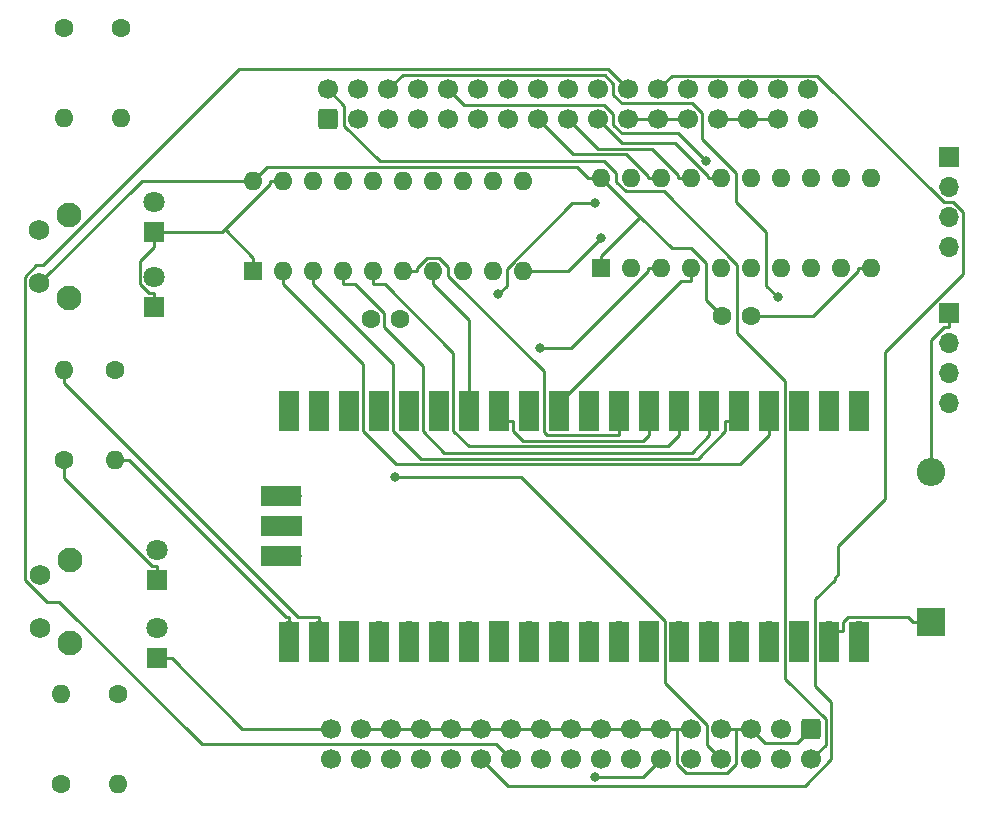
<source format=gbr>
%TF.GenerationSoftware,KiCad,Pcbnew,(6.0.6)*%
%TF.CreationDate,2023-06-21T15:59:23+02:00*%
%TF.ProjectId,X68KFDPI,5836384b-4644-4504-992e-6b696361645f,rev?*%
%TF.SameCoordinates,Original*%
%TF.FileFunction,Copper,L1,Top*%
%TF.FilePolarity,Positive*%
%FSLAX46Y46*%
G04 Gerber Fmt 4.6, Leading zero omitted, Abs format (unit mm)*
G04 Created by KiCad (PCBNEW (6.0.6)) date 2023-06-21 15:59:23*
%MOMM*%
%LPD*%
G01*
G04 APERTURE LIST*
G04 Aperture macros list*
%AMRoundRect*
0 Rectangle with rounded corners*
0 $1 Rounding radius*
0 $2 $3 $4 $5 $6 $7 $8 $9 X,Y pos of 4 corners*
0 Add a 4 corners polygon primitive as box body*
4,1,4,$2,$3,$4,$5,$6,$7,$8,$9,$2,$3,0*
0 Add four circle primitives for the rounded corners*
1,1,$1+$1,$2,$3*
1,1,$1+$1,$4,$5*
1,1,$1+$1,$6,$7*
1,1,$1+$1,$8,$9*
0 Add four rect primitives between the rounded corners*
20,1,$1+$1,$2,$3,$4,$5,0*
20,1,$1+$1,$4,$5,$6,$7,0*
20,1,$1+$1,$6,$7,$8,$9,0*
20,1,$1+$1,$8,$9,$2,$3,0*%
G04 Aperture macros list end*
%TA.AperFunction,ComponentPad*%
%ADD10C,1.600000*%
%TD*%
%TA.AperFunction,ComponentPad*%
%ADD11R,1.800000X1.800000*%
%TD*%
%TA.AperFunction,ComponentPad*%
%ADD12C,1.800000*%
%TD*%
%TA.AperFunction,ComponentPad*%
%ADD13O,1.600000X1.600000*%
%TD*%
%TA.AperFunction,SMDPad,CuDef*%
%ADD14R,1.700000X3.500000*%
%TD*%
%TA.AperFunction,ComponentPad*%
%ADD15O,1.700000X1.700000*%
%TD*%
%TA.AperFunction,ComponentPad*%
%ADD16R,1.700000X1.700000*%
%TD*%
%TA.AperFunction,SMDPad,CuDef*%
%ADD17R,3.500000X1.700000*%
%TD*%
%TA.AperFunction,ComponentPad*%
%ADD18C,2.100000*%
%TD*%
%TA.AperFunction,ComponentPad*%
%ADD19C,1.750000*%
%TD*%
%TA.AperFunction,ComponentPad*%
%ADD20RoundRect,0.250000X-0.600000X0.600000X-0.600000X-0.600000X0.600000X-0.600000X0.600000X0.600000X0*%
%TD*%
%TA.AperFunction,ComponentPad*%
%ADD21C,1.700000*%
%TD*%
%TA.AperFunction,ComponentPad*%
%ADD22R,2.400000X2.400000*%
%TD*%
%TA.AperFunction,ComponentPad*%
%ADD23O,2.400000X2.400000*%
%TD*%
%TA.AperFunction,ComponentPad*%
%ADD24R,1.600000X1.600000*%
%TD*%
%TA.AperFunction,ComponentPad*%
%ADD25RoundRect,0.250000X0.600000X-0.600000X0.600000X0.600000X-0.600000X0.600000X-0.600000X-0.600000X0*%
%TD*%
%TA.AperFunction,ViaPad*%
%ADD26C,0.800000*%
%TD*%
%TA.AperFunction,Conductor*%
%ADD27C,0.250000*%
%TD*%
G04 APERTURE END LIST*
D10*
%TO.P,C2,1*%
%TO.N,+3.3V*%
X169946000Y-78486000D03*
%TO.P,C2,2*%
%TO.N,GND*%
X172446000Y-78486000D03*
%TD*%
D11*
%TO.P,D3,1,K*%
%TO.N,GND*%
X122174000Y-100838000D03*
D12*
%TO.P,D3,2,A*%
%TO.N,Net-(D3-Pad2)*%
X122174000Y-98298000D03*
%TD*%
D10*
%TO.P,R5,1*%
%TO.N,GND*%
X118618000Y-83058000D03*
D13*
%TO.P,R5,2*%
%TO.N,BT_FD0*%
X118618000Y-90678000D03*
%TD*%
D11*
%TO.P,D4,1,K*%
%TO.N,GND*%
X121920000Y-71374000D03*
D12*
%TO.P,D4,2,A*%
%TO.N,Net-(D4-Pad2)*%
X121920000Y-68834000D03*
%TD*%
D10*
%TO.P,R1,1*%
%TO.N,Net-(D1-Pad2)*%
X118872000Y-110490000D03*
D13*
%TO.P,R1,2*%
%TO.N,LEDFD0*%
X118872000Y-118110000D03*
%TD*%
D10*
%TO.P,R3,1*%
%TO.N,Net-(D3-Pad2)*%
X114046000Y-118110000D03*
D13*
%TO.P,R3,2*%
%TO.N,LED_F0_Red*%
X114046000Y-110490000D03*
%TD*%
D14*
%TO.P,U1,1,GPIO0*%
%TO.N,unconnected-(U1-Pad1)*%
X181610000Y-86476000D03*
D15*
X181610000Y-87376000D03*
D14*
%TO.P,U1,2,GPIO1*%
%TO.N,unconnected-(U1-Pad2)*%
X179070000Y-86476000D03*
D15*
X179070000Y-87376000D03*
D14*
%TO.P,U1,3,GND*%
%TO.N,GND*%
X176530000Y-86476000D03*
D16*
X176530000Y-87376000D03*
D15*
%TO.P,U1,4,GPIO2*%
%TO.N,~{OPT0'}*%
X173990000Y-87376000D03*
D14*
X173990000Y-86476000D03*
%TO.P,U1,5,GPIO3*%
%TO.N,~{OPT1'}*%
X171450000Y-86476000D03*
D15*
X171450000Y-87376000D03*
%TO.P,U1,6,GPIO4*%
%TO.N,~{OPT2'}*%
X168910000Y-87376000D03*
D14*
X168910000Y-86476000D03*
D15*
%TO.P,U1,7,GPIO5*%
%TO.N,~{OPT3'}*%
X166370000Y-87376000D03*
D14*
X166370000Y-86476000D03*
D16*
%TO.P,U1,8,GND*%
%TO.N,GND*%
X163830000Y-87376000D03*
D14*
X163830000Y-86476000D03*
D15*
%TO.P,U1,9,GPIO6*%
%TO.N,~{EJECT'}*%
X161290000Y-87376000D03*
D14*
X161290000Y-86476000D03*
D15*
%TO.P,U1,10,GPIO7*%
%TO.N,~{INSERTED'}*%
X158750000Y-87376000D03*
D14*
X158750000Y-86476000D03*
%TO.P,U1,11,GPIO8*%
%TO.N,~{FDDINT'}*%
X156210000Y-86476000D03*
D15*
X156210000Y-87376000D03*
D14*
%TO.P,U1,12,GPIO9*%
%TO.N,~{ERROR'}*%
X153670000Y-86476000D03*
D15*
X153670000Y-87376000D03*
D14*
%TO.P,U1,13,GND*%
%TO.N,GND*%
X151130000Y-86476000D03*
D16*
X151130000Y-87376000D03*
D14*
%TO.P,U1,14,GPIO10*%
%TO.N,~{EjectMSK'}*%
X148590000Y-86476000D03*
D15*
X148590000Y-87376000D03*
%TO.P,U1,15,GPIO11*%
%TO.N,~{MOTOR'}*%
X146050000Y-87376000D03*
D14*
X146050000Y-86476000D03*
%TO.P,U1,16,GPIO12*%
%TO.N,LEDFD0*%
X143510000Y-86476000D03*
D15*
X143510000Y-87376000D03*
D14*
%TO.P,U1,17,GPIO13*%
%TO.N,LEDFD1*%
X140970000Y-86476000D03*
D15*
X140970000Y-87376000D03*
D16*
%TO.P,U1,18,GND*%
%TO.N,GND*%
X138430000Y-87376000D03*
D14*
X138430000Y-86476000D03*
D15*
%TO.P,U1,19,GPIO14*%
%TO.N,LED_F0_Red*%
X135890000Y-87376000D03*
D14*
X135890000Y-86476000D03*
D15*
%TO.P,U1,20,GPIO15*%
%TO.N,LED_F1_Red*%
X133350000Y-87376000D03*
D14*
X133350000Y-86476000D03*
%TO.P,U1,21,GPIO16*%
%TO.N,BT_FD0*%
X133350000Y-106056000D03*
D15*
X133350000Y-105156000D03*
%TO.P,U1,22,GPIO17*%
%TO.N,BT_FD1*%
X135890000Y-105156000D03*
D14*
X135890000Y-106056000D03*
%TO.P,U1,23,GND*%
%TO.N,GND*%
X138430000Y-106056000D03*
D16*
X138430000Y-105156000D03*
D14*
%TO.P,U1,24,GPIO18*%
%TO.N,~{LED_BLINK'}*%
X140970000Y-106056000D03*
D15*
X140970000Y-105156000D03*
D14*
%TO.P,U1,25,GPIO19*%
%TO.N,unconnected-(U1-Pad25)*%
X143510000Y-106056000D03*
D15*
X143510000Y-105156000D03*
%TO.P,U1,26,GPIO20*%
%TO.N,unconnected-(U1-Pad26)*%
X146050000Y-105156000D03*
D14*
X146050000Y-106056000D03*
%TO.P,U1,27,GPIO21*%
%TO.N,unconnected-(U1-Pad27)*%
X148590000Y-106056000D03*
D15*
X148590000Y-105156000D03*
D14*
%TO.P,U1,28,GND*%
%TO.N,GND*%
X151130000Y-106056000D03*
D16*
X151130000Y-105156000D03*
D15*
%TO.P,U1,29,GPIO22*%
%TO.N,unconnected-(U1-Pad29)*%
X153670000Y-105156000D03*
D14*
X153670000Y-106056000D03*
%TO.P,U1,30,RUN*%
%TO.N,unconnected-(U1-Pad30)*%
X156210000Y-106056000D03*
D15*
X156210000Y-105156000D03*
%TO.P,U1,31,GPIO26_ADC0*%
%TO.N,unconnected-(U1-Pad31)*%
X158750000Y-105156000D03*
D14*
X158750000Y-106056000D03*
D15*
%TO.P,U1,32,GPIO27_ADC1*%
%TO.N,unconnected-(U1-Pad32)*%
X161290000Y-105156000D03*
D14*
X161290000Y-106056000D03*
%TO.P,U1,33,AGND*%
%TO.N,GND*%
X163830000Y-106056000D03*
D16*
X163830000Y-105156000D03*
D14*
%TO.P,U1,34,GPIO28_ADC2*%
%TO.N,unconnected-(U1-Pad34)*%
X166370000Y-106056000D03*
D15*
X166370000Y-105156000D03*
D14*
%TO.P,U1,35,ADC_VREF*%
%TO.N,unconnected-(U1-Pad35)*%
X168910000Y-106056000D03*
D15*
X168910000Y-105156000D03*
D14*
%TO.P,U1,36,3V3*%
%TO.N,+3.3V*%
X171450000Y-106056000D03*
D15*
X171450000Y-105156000D03*
D14*
%TO.P,U1,37,3V3_EN*%
%TO.N,unconnected-(U1-Pad37)*%
X173990000Y-106056000D03*
D15*
X173990000Y-105156000D03*
D14*
%TO.P,U1,38,GND*%
%TO.N,GND*%
X176530000Y-106056000D03*
D16*
X176530000Y-105156000D03*
D14*
%TO.P,U1,39,VSYS*%
%TO.N,Net-(D5-Pad1)*%
X179070000Y-106056000D03*
D15*
X179070000Y-105156000D03*
D14*
%TO.P,U1,40,VBUS*%
%TO.N,unconnected-(U1-Pad40)*%
X181610000Y-106056000D03*
D15*
X181610000Y-105156000D03*
%TO.P,U1,41,SWCLK*%
%TO.N,unconnected-(U1-Pad41)*%
X133580000Y-93726000D03*
D17*
X132680000Y-93726000D03*
D16*
%TO.P,U1,42,GND*%
%TO.N,unconnected-(U1-Pad42)*%
X133580000Y-96266000D03*
D17*
X132680000Y-96266000D03*
D15*
%TO.P,U1,43,SWDIO*%
%TO.N,unconnected-(U1-Pad43)*%
X133580000Y-98806000D03*
D17*
X132680000Y-98806000D03*
%TD*%
D16*
%TO.P,J8,1,Pin_1*%
%TO.N,+5V*%
X189173000Y-78242000D03*
D15*
%TO.P,J8,2,Pin_2*%
%TO.N,GND*%
X189173000Y-80782000D03*
%TO.P,J8,3,Pin_3*%
X189173000Y-83322000D03*
%TO.P,J8,4,Pin_4*%
%TO.N,unconnected-(J8-Pad4)*%
X189173000Y-85862000D03*
%TD*%
D18*
%TO.P,SW2,*%
%TO.N,*%
X114688500Y-76942000D03*
X114688500Y-69932000D03*
D19*
%TO.P,SW2,1,1*%
%TO.N,+3.3V*%
X112198500Y-75692000D03*
%TO.P,SW2,2,2*%
%TO.N,BT_FD1*%
X112198500Y-71192000D03*
%TD*%
D16*
%TO.P,J15,1,Pin_1*%
%TO.N,+5V*%
X189173000Y-65034000D03*
D15*
%TO.P,J15,2,Pin_2*%
%TO.N,GND*%
X189173000Y-67574000D03*
%TO.P,J15,3,Pin_3*%
X189173000Y-70114000D03*
%TO.P,J15,4,Pin_4*%
%TO.N,unconnected-(J15-Pad4)*%
X189173000Y-72654000D03*
%TD*%
D10*
%TO.P,R4,1*%
%TO.N,Net-(D4-Pad2)*%
X114300000Y-54102000D03*
D13*
%TO.P,R4,2*%
%TO.N,LED_F1_Red*%
X114300000Y-61722000D03*
%TD*%
D10*
%TO.P,R2,1*%
%TO.N,Net-(D2-Pad2)*%
X119126000Y-54102000D03*
D13*
%TO.P,R2,2*%
%TO.N,LEDFD1*%
X119126000Y-61722000D03*
%TD*%
D20*
%TO.P,J1,1,Pin_1*%
%TO.N,GND*%
X177546000Y-113428500D03*
D21*
%TO.P,J1,2,Pin_2*%
%TO.N,~{DENSITY}*%
X177546000Y-115968500D03*
%TO.P,J1,3,Pin_3*%
%TO.N,unconnected-(J1-Pad3)*%
X175006000Y-113428500D03*
%TO.P,J1,4,Pin_4*%
%TO.N,unconnected-(J1-Pad4)*%
X175006000Y-115968500D03*
%TO.P,J1,5,Pin_5*%
%TO.N,GND*%
X172466000Y-113428500D03*
%TO.P,J1,6,Pin_6*%
%TO.N,~{DS3}*%
X172466000Y-115968500D03*
%TO.P,J1,7,Pin_7*%
%TO.N,GND*%
X169926000Y-113428500D03*
%TO.P,J1,8,Pin_8*%
%TO.N,~{INDEX}*%
X169926000Y-115968500D03*
%TO.P,J1,9,Pin_9*%
%TO.N,GND*%
X167386000Y-113428500D03*
%TO.P,J1,10,Pin_10*%
%TO.N,~{DS0}*%
X167386000Y-115968500D03*
%TO.P,J1,11,Pin_11*%
%TO.N,GND*%
X164846000Y-113428500D03*
%TO.P,J1,12,Pin_12*%
%TO.N,~{DS1}*%
X164846000Y-115968500D03*
%TO.P,J1,13,Pin_13*%
%TO.N,GND*%
X162306000Y-113428500D03*
%TO.P,J1,14,Pin_14*%
%TO.N,~{DS2}*%
X162306000Y-115968500D03*
%TO.P,J1,15,Pin_15*%
%TO.N,GND*%
X159766000Y-113428500D03*
%TO.P,J1,16,Pin_16*%
%TO.N,~{MOTOR}*%
X159766000Y-115968500D03*
%TO.P,J1,17,Pin_17*%
%TO.N,GND*%
X157226000Y-113428500D03*
%TO.P,J1,18,Pin_18*%
%TO.N,~{DIR}*%
X157226000Y-115968500D03*
%TO.P,J1,19,Pin_19*%
%TO.N,GND*%
X154686000Y-113428500D03*
%TO.P,J1,20,Pin_20*%
%TO.N,~{STEP}*%
X154686000Y-115968500D03*
%TO.P,J1,21,Pin_21*%
%TO.N,GND*%
X152146000Y-113428500D03*
%TO.P,J1,22,Pin_22*%
%TO.N,~{WDATA}*%
X152146000Y-115968500D03*
%TO.P,J1,23,Pin_23*%
%TO.N,GND*%
X149606000Y-113428500D03*
%TO.P,J1,24,Pin_24*%
%TO.N,~{WGATE}*%
X149606000Y-115968500D03*
%TO.P,J1,25,Pin_25*%
%TO.N,GND*%
X147066000Y-113428500D03*
%TO.P,J1,26,Pin_26*%
%TO.N,~{TRK0}*%
X147066000Y-115968500D03*
%TO.P,J1,27,Pin_27*%
%TO.N,GND*%
X144526000Y-113428500D03*
%TO.P,J1,28,Pin_28*%
%TO.N,~{WPROT}*%
X144526000Y-115968500D03*
%TO.P,J1,29,Pin_29*%
%TO.N,GND*%
X141986000Y-113428500D03*
%TO.P,J1,30,Pin_30*%
%TO.N,~{RDATA}*%
X141986000Y-115968500D03*
%TO.P,J1,31,Pin_31*%
%TO.N,GND*%
X139446000Y-113428500D03*
%TO.P,J1,32,Pin_32*%
%TO.N,~{SIDE}*%
X139446000Y-115968500D03*
%TO.P,J1,33,Pin_33*%
%TO.N,GND*%
X136906000Y-113428500D03*
%TO.P,J1,34,Pin_34*%
%TO.N,~{RDY}*%
X136906000Y-115968500D03*
%TD*%
D22*
%TO.P,D5,1,K*%
%TO.N,Net-(D5-Pad1)*%
X187706000Y-104394000D03*
D23*
%TO.P,D5,2,A*%
%TO.N,+5V*%
X187706000Y-91694000D03*
%TD*%
D10*
%TO.P,R6,1*%
%TO.N,GND*%
X114300000Y-90678000D03*
D13*
%TO.P,R6,2*%
%TO.N,BT_FD1*%
X114300000Y-83058000D03*
%TD*%
D24*
%TO.P,U2,1,A->B*%
%TO.N,GND*%
X130307000Y-74666000D03*
D13*
%TO.P,U2,2,A0*%
%TO.N,~{OPT0'}*%
X132847000Y-74666000D03*
%TO.P,U2,3,A1*%
%TO.N,~{OPT1'}*%
X135387000Y-74666000D03*
%TO.P,U2,4,A2*%
%TO.N,~{OPT2'}*%
X137927000Y-74666000D03*
%TO.P,U2,5,A3*%
%TO.N,~{OPT3'}*%
X140467000Y-74666000D03*
%TO.P,U2,6,A4*%
%TO.N,~{EJECT'}*%
X143007000Y-74666000D03*
%TO.P,U2,7,A5*%
%TO.N,~{EjectMSK'}*%
X145547000Y-74666000D03*
%TO.P,U2,8,A6*%
%TO.N,~{LED_BLINK'}*%
X148087000Y-74666000D03*
%TO.P,U2,9,A7*%
%TO.N,~{MOTOR'}*%
X150627000Y-74666000D03*
%TO.P,U2,10,GND*%
%TO.N,GND*%
X153167000Y-74666000D03*
%TO.P,U2,11,B7*%
%TO.N,~{MOTOR}*%
X153167000Y-67046000D03*
%TO.P,U2,12,B6*%
%TO.N,~{LED_BLINK}*%
X150627000Y-67046000D03*
%TO.P,U2,13,B5*%
%TO.N,~{EjectMSK}*%
X148087000Y-67046000D03*
%TO.P,U2,14,B4*%
%TO.N,~{EJECT}*%
X145547000Y-67046000D03*
%TO.P,U2,15,B3*%
%TO.N,~{OPT3}*%
X143007000Y-67046000D03*
%TO.P,U2,16,B2*%
%TO.N,~{OPT2}*%
X140467000Y-67046000D03*
%TO.P,U2,17,B1*%
%TO.N,~{OPT1}*%
X137927000Y-67046000D03*
%TO.P,U2,18,B0*%
%TO.N,~{OPT0}*%
X135387000Y-67046000D03*
%TO.P,U2,19,CE*%
%TO.N,GND*%
X132847000Y-67046000D03*
%TO.P,U2,20,VCC*%
%TO.N,+3.3V*%
X130307000Y-67046000D03*
%TD*%
D11*
%TO.P,D2,1,K*%
%TO.N,GND*%
X121920000Y-77729000D03*
D12*
%TO.P,D2,2,A*%
%TO.N,Net-(D2-Pad2)*%
X121920000Y-75189000D03*
%TD*%
D18*
%TO.P,SW1,*%
%TO.N,*%
X114758000Y-106152000D03*
X114758000Y-99142000D03*
D19*
%TO.P,SW1,1,1*%
%TO.N,+3.3V*%
X112268000Y-104902000D03*
%TO.P,SW1,2,2*%
%TO.N,BT_FD0*%
X112268000Y-100402000D03*
%TD*%
D25*
%TO.P,J2,1,Pin_1*%
%TO.N,~{OPT0}*%
X136652000Y-61831500D03*
D21*
%TO.P,J2,2,Pin_2*%
%TO.N,~{DENSITY}*%
X136652000Y-59291500D03*
%TO.P,J2,3,Pin_3*%
%TO.N,~{OPT1}*%
X139192000Y-61831500D03*
%TO.P,J2,4,Pin_4*%
%TO.N,unconnected-(J2-Pad4)*%
X139192000Y-59291500D03*
%TO.P,J2,5,Pin_5*%
%TO.N,~{OPT2}*%
X141732000Y-61831500D03*
%TO.P,J2,6,Pin_6*%
%TO.N,~{DS3}*%
X141732000Y-59291500D03*
%TO.P,J2,7,Pin_7*%
%TO.N,~{OPT3}*%
X144272000Y-61831500D03*
%TO.P,J2,8,Pin_8*%
%TO.N,~{INDEX}*%
X144272000Y-59291500D03*
%TO.P,J2,9,Pin_9*%
%TO.N,~{EJECT}*%
X146812000Y-61831500D03*
%TO.P,J2,10,Pin_10*%
%TO.N,~{DS0}*%
X146812000Y-59291500D03*
%TO.P,J2,11,Pin_11*%
%TO.N,~{EjectMSK}*%
X149352000Y-61831500D03*
%TO.P,J2,12,Pin_12*%
%TO.N,~{DS1}*%
X149352000Y-59291500D03*
%TO.P,J2,13,Pin_13*%
%TO.N,~{LED_BLINK}*%
X151892000Y-61831500D03*
%TO.P,J2,14,Pin_14*%
%TO.N,~{DS2}*%
X151892000Y-59291500D03*
%TO.P,J2,15,Pin_15*%
%TO.N,~{INSERTED}*%
X154432000Y-61831500D03*
%TO.P,J2,16,Pin_16*%
%TO.N,~{MOTOR}*%
X154432000Y-59291500D03*
%TO.P,J2,17,Pin_17*%
%TO.N,~{ERROR}*%
X156972000Y-61831500D03*
%TO.P,J2,18,Pin_18*%
%TO.N,~{DIR}*%
X156972000Y-59291500D03*
%TO.P,J2,19,Pin_19*%
%TO.N,~{FDDINT}*%
X159512000Y-61831500D03*
%TO.P,J2,20,Pin_20*%
%TO.N,~{STEP}*%
X159512000Y-59291500D03*
%TO.P,J2,21,Pin_21*%
%TO.N,GND*%
X162052000Y-61831500D03*
%TO.P,J2,22,Pin_22*%
%TO.N,~{WDATA}*%
X162052000Y-59291500D03*
%TO.P,J2,23,Pin_23*%
%TO.N,GND*%
X164592000Y-61831500D03*
%TO.P,J2,24,Pin_24*%
%TO.N,~{WGATE}*%
X164592000Y-59291500D03*
%TO.P,J2,25,Pin_25*%
%TO.N,GND*%
X167132000Y-61831500D03*
%TO.P,J2,26,Pin_26*%
%TO.N,~{TRK0}*%
X167132000Y-59291500D03*
%TO.P,J2,27,Pin_27*%
%TO.N,GND*%
X169672000Y-61831500D03*
%TO.P,J2,28,Pin_28*%
%TO.N,~{WPROT}*%
X169672000Y-59291500D03*
%TO.P,J2,29,Pin_29*%
%TO.N,GND*%
X172212000Y-61831500D03*
%TO.P,J2,30,Pin_30*%
%TO.N,~{RDATA}*%
X172212000Y-59291500D03*
%TO.P,J2,31,Pin_31*%
%TO.N,GND*%
X174752000Y-61831500D03*
%TO.P,J2,32,Pin_32*%
%TO.N,~{SIDE}*%
X174752000Y-59291500D03*
%TO.P,J2,33,Pin_33*%
%TO.N,GND*%
X177292000Y-61831500D03*
%TO.P,J2,34,Pin_34*%
%TO.N,~{RDY}*%
X177292000Y-59291500D03*
%TD*%
D10*
%TO.P,C1,1*%
%TO.N,+3.3V*%
X140228000Y-78740000D03*
%TO.P,C1,2*%
%TO.N,GND*%
X142728000Y-78740000D03*
%TD*%
D11*
%TO.P,D1,1,K*%
%TO.N,GND*%
X122174000Y-107447000D03*
D12*
%TO.P,D1,2,A*%
%TO.N,Net-(D1-Pad2)*%
X122174000Y-104907000D03*
%TD*%
D24*
%TO.P,U3,1,A->B*%
%TO.N,+3.3V*%
X159771000Y-74412000D03*
D13*
%TO.P,U3,2,A0*%
%TO.N,~{INSERTED'}*%
X162311000Y-74412000D03*
%TO.P,U3,3,A1*%
%TO.N,~{ERROR'}*%
X164851000Y-74412000D03*
%TO.P,U3,4,A2*%
%TO.N,~{FDDINT'}*%
X167391000Y-74412000D03*
%TO.P,U3,5,A3*%
%TO.N,unconnected-(U3-Pad5)*%
X169931000Y-74412000D03*
%TO.P,U3,6,A4*%
%TO.N,unconnected-(U3-Pad6)*%
X172471000Y-74412000D03*
%TO.P,U3,7,A5*%
%TO.N,unconnected-(U3-Pad7)*%
X175011000Y-74412000D03*
%TO.P,U3,8,A6*%
%TO.N,unconnected-(U3-Pad8)*%
X177551000Y-74412000D03*
%TO.P,U3,9,A7*%
%TO.N,unconnected-(U3-Pad9)*%
X180091000Y-74412000D03*
%TO.P,U3,10,GND*%
%TO.N,GND*%
X182631000Y-74412000D03*
%TO.P,U3,11,B7*%
%TO.N,unconnected-(U3-Pad11)*%
X182631000Y-66792000D03*
%TO.P,U3,12,B6*%
%TO.N,unconnected-(U3-Pad12)*%
X180091000Y-66792000D03*
%TO.P,U3,13,B5*%
%TO.N,unconnected-(U3-Pad13)*%
X177551000Y-66792000D03*
%TO.P,U3,14,B4*%
%TO.N,unconnected-(U3-Pad14)*%
X175011000Y-66792000D03*
%TO.P,U3,15,B3*%
%TO.N,unconnected-(U3-Pad15)*%
X172471000Y-66792000D03*
%TO.P,U3,16,B2*%
%TO.N,~{FDDINT}*%
X169931000Y-66792000D03*
%TO.P,U3,17,B1*%
%TO.N,~{ERROR}*%
X167391000Y-66792000D03*
%TO.P,U3,18,B0*%
%TO.N,~{INSERTED}*%
X164851000Y-66792000D03*
%TO.P,U3,19,CE*%
%TO.N,GND*%
X162311000Y-66792000D03*
%TO.P,U3,20,VCC*%
%TO.N,+3.3V*%
X159771000Y-66792000D03*
%TD*%
D26*
%TO.N,GND*%
X159766000Y-71882000D03*
%TO.N,~{DS3}*%
X174697400Y-76885800D03*
%TO.N,~{INDEX}*%
X142300700Y-92079200D03*
%TO.N,~{DS0}*%
X168645500Y-65360200D03*
%TO.N,~{DS1}*%
X159206100Y-117510100D03*
%TO.N,~{DS2}*%
X151030200Y-76634100D03*
X159273100Y-68905800D03*
%TO.N,~{ERROR'}*%
X154606600Y-81204600D03*
%TD*%
D27*
%TO.N,+3.3V*%
X159771000Y-73401000D02*
X163075500Y-70096500D01*
X163075500Y-70096500D02*
X165727500Y-72748500D01*
X159771000Y-66792000D02*
X163075500Y-70096500D01*
X159771000Y-74412000D02*
X159771000Y-73401000D01*
%TO.N,GND*%
X159766000Y-71882000D02*
X156982000Y-74666000D01*
X156982000Y-74666000D02*
X153167000Y-74666000D01*
X130307000Y-73540900D02*
X127907700Y-71141500D01*
X166901100Y-117160000D02*
X170411000Y-117160000D01*
X163830000Y-88551100D02*
X163328400Y-89052700D01*
X144526000Y-113428500D02*
X147066000Y-113428500D01*
X166177900Y-116436800D02*
X166901100Y-117160000D01*
X172212000Y-61831500D02*
X169672000Y-61831500D01*
X163328400Y-89052700D02*
X153173900Y-89052700D01*
X122174000Y-107447000D02*
X123399100Y-107447000D01*
X171196000Y-116375000D02*
X171196000Y-113428500D01*
X181505900Y-74693300D02*
X177713200Y-78486000D01*
X164592000Y-61831500D02*
X162052000Y-61831500D01*
X153173900Y-89052700D02*
X152305100Y-88183900D01*
X114300000Y-90678000D02*
X114300000Y-92198300D01*
X157226000Y-113428500D02*
X159766000Y-113428500D01*
X172466000Y-113428500D02*
X173656600Y-114619100D01*
X152305100Y-88183900D02*
X152305100Y-87376000D01*
X131721900Y-67046000D02*
X131721900Y-67327300D01*
X141986000Y-113428500D02*
X144526000Y-113428500D01*
X166177900Y-113428500D02*
X167386000Y-113428500D01*
X166177900Y-113428500D02*
X166177900Y-116436800D01*
X182631000Y-74412000D02*
X181505900Y-74412000D01*
X122174000Y-100838000D02*
X122174000Y-99612900D01*
X121714600Y-99612900D02*
X122174000Y-99612900D01*
X127675200Y-71374000D02*
X121920000Y-71374000D01*
X162306000Y-113428500D02*
X164846000Y-113428500D01*
X121460500Y-76503900D02*
X121920000Y-76503900D01*
X120694900Y-75738300D02*
X121460500Y-76503900D01*
X121920000Y-72599100D02*
X120694900Y-73824200D01*
X163830000Y-87376000D02*
X163830000Y-88551100D01*
X173656600Y-114619100D02*
X176355400Y-114619100D01*
X121920000Y-71374000D02*
X121920000Y-72599100D01*
X120694900Y-73824200D02*
X120694900Y-75738300D01*
X176355400Y-114619100D02*
X177546000Y-113428500D01*
X159766000Y-113428500D02*
X162306000Y-113428500D01*
X164846000Y-113428500D02*
X166177900Y-113428500D01*
X167132000Y-61831500D02*
X164592000Y-61831500D01*
X154686000Y-113428500D02*
X157226000Y-113428500D01*
X129380600Y-113428500D02*
X123399100Y-107447000D01*
X136906000Y-113428500D02*
X129380600Y-113428500D01*
X177713200Y-78486000D02*
X172446000Y-78486000D01*
X171196000Y-113428500D02*
X172466000Y-113428500D01*
X131721900Y-67327300D02*
X127907700Y-71141500D01*
X149606000Y-113428500D02*
X152146000Y-113428500D01*
X130307000Y-74666000D02*
X130307000Y-73540900D01*
X114300000Y-92198300D02*
X121714600Y-99612900D01*
X121920000Y-77729000D02*
X121920000Y-76503900D01*
X174752000Y-61831500D02*
X172212000Y-61831500D01*
X181505900Y-74412000D02*
X181505900Y-74693300D01*
X170411000Y-117160000D02*
X171196000Y-116375000D01*
X127907700Y-71141500D02*
X127675200Y-71374000D01*
X132847000Y-67046000D02*
X131721900Y-67046000D01*
X169926000Y-113428500D02*
X171196000Y-113428500D01*
X139446000Y-113428500D02*
X141986000Y-113428500D01*
X152146000Y-113428500D02*
X154686000Y-113428500D01*
X147066000Y-113428500D02*
X149606000Y-113428500D01*
X151130000Y-87376000D02*
X152305100Y-87376000D01*
%TO.N,~{DENSITY}*%
X175354800Y-109207700D02*
X175354800Y-83938000D01*
X177546000Y-115968500D02*
X178751700Y-114762800D01*
X178751700Y-112604600D02*
X175354800Y-109207700D01*
X138015800Y-60655300D02*
X136652000Y-59291500D01*
X161817800Y-67920500D02*
X161041000Y-67143700D01*
X138015800Y-62349900D02*
X138015800Y-60655300D01*
X178751700Y-114762800D02*
X178751700Y-112604600D01*
X171288900Y-79872100D02*
X171288900Y-74137600D01*
X159993100Y-65353400D02*
X141019300Y-65353400D01*
X165071800Y-67920500D02*
X161817800Y-67920500D01*
X161041000Y-66401300D02*
X159993100Y-65353400D01*
X141019300Y-65353400D02*
X138015800Y-62349900D01*
X175354800Y-83938000D02*
X171288900Y-79872100D01*
X161041000Y-67143700D02*
X161041000Y-66401300D01*
X171288900Y-74137600D02*
X165071800Y-67920500D01*
%TO.N,~{DS3}*%
X171201000Y-66401700D02*
X168307200Y-63507900D01*
X173741000Y-75929400D02*
X173741000Y-71391200D01*
X173741000Y-71391200D02*
X171201000Y-68851200D01*
X142946800Y-58076700D02*
X141732000Y-59291500D01*
X174697400Y-76885800D02*
X173741000Y-75929400D01*
X160067500Y-58076700D02*
X142946800Y-58076700D01*
X168307200Y-61298100D02*
X167475800Y-60466700D01*
X160782000Y-58791200D02*
X160067500Y-58076700D01*
X168307200Y-63507900D02*
X168307200Y-61298100D01*
X160782000Y-59722500D02*
X160782000Y-58791200D01*
X167475800Y-60466700D02*
X161526200Y-60466700D01*
X171201000Y-68851200D02*
X171201000Y-66401700D01*
X161526200Y-60466700D02*
X160782000Y-59722500D01*
%TO.N,~{INDEX}*%
X165194800Y-104327100D02*
X152946900Y-92079200D01*
X169926000Y-115968500D02*
X168750800Y-114793300D01*
X168750800Y-114793300D02*
X168750800Y-113076900D01*
X168750800Y-113076900D02*
X165194800Y-109520900D01*
X165194800Y-109520900D02*
X165194800Y-104327100D01*
X152946900Y-92079200D02*
X142300700Y-92079200D01*
%TO.N,~{DS0}*%
X160782000Y-62273100D02*
X161515600Y-63006700D01*
X160782000Y-61409500D02*
X160782000Y-62273100D01*
X166292000Y-63006700D02*
X168645500Y-65360200D01*
X146812000Y-59291500D02*
X148099800Y-60579300D01*
X148099800Y-60579300D02*
X159951800Y-60579300D01*
X159951800Y-60579300D02*
X160782000Y-61409500D01*
X161515600Y-63006700D02*
X166292000Y-63006700D01*
%TO.N,~{DS1}*%
X163304400Y-117510100D02*
X159206100Y-117510100D01*
X164846000Y-115968500D02*
X163304400Y-117510100D01*
%TO.N,~{DS2}*%
X151752200Y-74476000D02*
X157322400Y-68905800D01*
X157322400Y-68905800D02*
X159273100Y-68905800D01*
X151752200Y-75912100D02*
X151752200Y-74476000D01*
X151030200Y-76634100D02*
X151752200Y-75912100D01*
%TO.N,~{WDATA}*%
X150876000Y-114698500D02*
X152146000Y-115968500D01*
X162052000Y-59291500D02*
X160350900Y-57590400D01*
X160350900Y-57590400D02*
X129062600Y-57590400D01*
X112472200Y-74180800D02*
X111922800Y-74180800D01*
X129062600Y-57590400D02*
X112472200Y-74180800D01*
X113881300Y-102652000D02*
X125927800Y-114698500D01*
X110970600Y-100822500D02*
X112800100Y-102652000D01*
X111922800Y-74180800D02*
X110970600Y-75133000D01*
X112800100Y-102652000D02*
X113881300Y-102652000D01*
X110970600Y-75133000D02*
X110970600Y-100822500D01*
X125927800Y-114698500D02*
X150876000Y-114698500D01*
%TO.N,~{WGATE}*%
X189567100Y-68844000D02*
X190348200Y-69625100D01*
X165767200Y-58116300D02*
X178036600Y-58116300D01*
X179832000Y-100330000D02*
X179525200Y-100636800D01*
X164592000Y-59291500D02*
X165767200Y-58116300D01*
X179231300Y-115994100D02*
X176990100Y-118235300D01*
X183756200Y-93984200D02*
X179832000Y-97908400D01*
X188764300Y-68844000D02*
X189567100Y-68844000D01*
X179832000Y-97908400D02*
X179832000Y-100330000D01*
X177894800Y-102469500D02*
X177894800Y-109782700D01*
X183756200Y-81499100D02*
X183756200Y-93984200D01*
X179231300Y-111119200D02*
X179231300Y-115994100D01*
X178036600Y-58116300D02*
X188764300Y-68844000D01*
X179525200Y-100636800D02*
X179525200Y-100839100D01*
X176990100Y-118235300D02*
X151872800Y-118235300D01*
X151872800Y-118235300D02*
X149606000Y-115968500D01*
X190348200Y-69625100D02*
X190348200Y-74907100D01*
X190348200Y-74907100D02*
X183756200Y-81499100D01*
X179525200Y-100839100D02*
X177894800Y-102469500D01*
X177894800Y-109782700D02*
X179231300Y-111119200D01*
%TO.N,~{INSERTED}*%
X154432000Y-61831500D02*
X157367200Y-64766700D01*
X157367200Y-64766700D02*
X161893200Y-64766700D01*
X161893200Y-64766700D02*
X163725900Y-66599400D01*
X163725900Y-66599400D02*
X163725900Y-66792000D01*
X164851000Y-66792000D02*
X163725900Y-66792000D01*
%TO.N,~{ERROR}*%
X156972000Y-61831500D02*
X159457000Y-64316500D01*
X159457000Y-64316500D02*
X164071700Y-64316500D01*
X166265900Y-66510700D02*
X166265900Y-66792000D01*
X164071700Y-64316500D02*
X166265900Y-66510700D01*
X167391000Y-66792000D02*
X166265900Y-66792000D01*
%TO.N,~{FDDINT}*%
X161501300Y-63820800D02*
X159512000Y-61831500D01*
X169931000Y-66792000D02*
X168805900Y-66792000D01*
X168805900Y-66792000D02*
X168805900Y-66597900D01*
X168805900Y-66597900D02*
X166028800Y-63820800D01*
X166028800Y-63820800D02*
X161501300Y-63820800D01*
%TO.N,+5V*%
X189173000Y-78242000D02*
X189173000Y-79417100D01*
X187706000Y-80516900D02*
X187706000Y-91694000D01*
X189173000Y-79417100D02*
X188805800Y-79417100D01*
X188805800Y-79417100D02*
X187706000Y-80516900D01*
%TO.N,+3.3V*%
X159771000Y-66792000D02*
X158645900Y-66792000D01*
X131479100Y-65873900D02*
X157727800Y-65873900D01*
X112198500Y-75692000D02*
X120844500Y-67046000D01*
X157727800Y-65873900D02*
X158645900Y-66792000D01*
X168587100Y-73960400D02*
X168587100Y-77127100D01*
X165727500Y-72748500D02*
X167375200Y-72748500D01*
X168587100Y-77127100D02*
X169946000Y-78486000D01*
X167375200Y-72748500D02*
X168587100Y-73960400D01*
X120844500Y-67046000D02*
X130307000Y-67046000D01*
X130307000Y-67046000D02*
X131479100Y-65873900D01*
%TO.N,BT_FD0*%
X133350000Y-105156000D02*
X133350000Y-103980900D01*
X119743100Y-90678000D02*
X133046000Y-103980900D01*
X118618000Y-90678000D02*
X119743100Y-90678000D01*
X133046000Y-103980900D02*
X133350000Y-103980900D01*
%TO.N,BT_FD1*%
X114300000Y-84183100D02*
X134097800Y-103980900D01*
X135890000Y-105156000D02*
X135890000Y-103980900D01*
X134097800Y-103980900D02*
X135890000Y-103980900D01*
X114300000Y-83058000D02*
X114300000Y-84183100D01*
%TO.N,~{OPT0'}*%
X132847000Y-75791100D02*
X139605200Y-82549300D01*
X139605200Y-88211000D02*
X142397000Y-91002800D01*
X132847000Y-74666000D02*
X132847000Y-75791100D01*
X139605200Y-82549300D02*
X139605200Y-88211000D01*
X142397000Y-91002800D02*
X171538300Y-91002800D01*
X171538300Y-91002800D02*
X173990000Y-88551100D01*
X173990000Y-87376000D02*
X173990000Y-88551100D01*
%TO.N,~{OPT1'}*%
X170274900Y-87376000D02*
X170274900Y-88188500D01*
X171450000Y-87376000D02*
X170274900Y-87376000D01*
X135387000Y-74666000D02*
X135387000Y-75791100D01*
X170274900Y-88188500D02*
X167910800Y-90552600D01*
X167910800Y-90552600D02*
X144522000Y-90552600D01*
X144522000Y-90552600D02*
X142145200Y-88175800D01*
X142145200Y-82549300D02*
X135387000Y-75791100D01*
X142145200Y-88175800D02*
X142145200Y-82549300D01*
%TO.N,~{OPT2'}*%
X137927000Y-74666000D02*
X137927000Y-75791100D01*
X168910000Y-88551100D02*
X167413300Y-90047800D01*
X146485400Y-90047800D02*
X144685200Y-88247600D01*
X167413300Y-90047800D02*
X146485400Y-90047800D01*
X168910000Y-87376000D02*
X168910000Y-88551100D01*
X144685200Y-88247600D02*
X144685200Y-82714900D01*
X138911500Y-75791100D02*
X137927000Y-75791100D01*
X144685200Y-82714900D02*
X141353200Y-79382900D01*
X141353200Y-78232800D02*
X138911500Y-75791100D01*
X141353200Y-79382900D02*
X141353200Y-78232800D01*
%TO.N,~{OPT3'}*%
X166370000Y-87376000D02*
X166370000Y-88551100D01*
X166370000Y-88551100D02*
X165408800Y-89512300D01*
X141451500Y-75791100D02*
X140467000Y-75791100D01*
X147225200Y-81564800D02*
X141451500Y-75791100D01*
X147225200Y-88185100D02*
X147225200Y-81564800D01*
X140467000Y-74666000D02*
X140467000Y-75791100D01*
X165408800Y-89512300D02*
X148552400Y-89512300D01*
X148552400Y-89512300D02*
X147225200Y-88185100D01*
%TO.N,~{EJECT'}*%
X161290000Y-87376000D02*
X161290000Y-88551100D01*
X144132100Y-74384700D02*
X144132100Y-74666000D01*
X146011700Y-73530000D02*
X144986800Y-73530000D01*
X154940000Y-88328000D02*
X154940000Y-83169200D01*
X154940000Y-83169200D02*
X146817000Y-75046200D01*
X161290000Y-88551100D02*
X155163100Y-88551100D01*
X146817000Y-75046200D02*
X146817000Y-74335300D01*
X155163100Y-88551100D02*
X154940000Y-88328000D01*
X146817000Y-74335300D02*
X146011700Y-73530000D01*
X144986800Y-73530000D02*
X144132100Y-74384700D01*
X143007000Y-74666000D02*
X144132100Y-74666000D01*
%TO.N,~{FDDINT'}*%
X156210000Y-85874300D02*
X156210000Y-87376000D01*
X166547200Y-75537100D02*
X156210000Y-85874300D01*
X167391000Y-74412000D02*
X167391000Y-75537100D01*
X167391000Y-75537100D02*
X166547200Y-75537100D01*
%TO.N,~{ERROR'}*%
X163725900Y-74693300D02*
X157214600Y-81204600D01*
X164851000Y-74412000D02*
X163725900Y-74412000D01*
X157214600Y-81204600D02*
X154606600Y-81204600D01*
X163725900Y-74412000D02*
X163725900Y-74693300D01*
%TO.N,~{EjectMSK'}*%
X148590000Y-78834100D02*
X148590000Y-87376000D01*
X145547000Y-74666000D02*
X145547000Y-75791100D01*
X145547000Y-75791100D02*
X148590000Y-78834100D01*
%TO.N,Net-(D5-Pad1)*%
X179070000Y-105156000D02*
X180245100Y-105156000D01*
X185754000Y-103967100D02*
X186180900Y-104394000D01*
X187706000Y-104394000D02*
X186180900Y-104394000D01*
X180626100Y-103967100D02*
X185754000Y-103967100D01*
X180245100Y-104348100D02*
X180626100Y-103967100D01*
X180245100Y-105156000D02*
X180245100Y-104348100D01*
%TD*%
M02*

</source>
